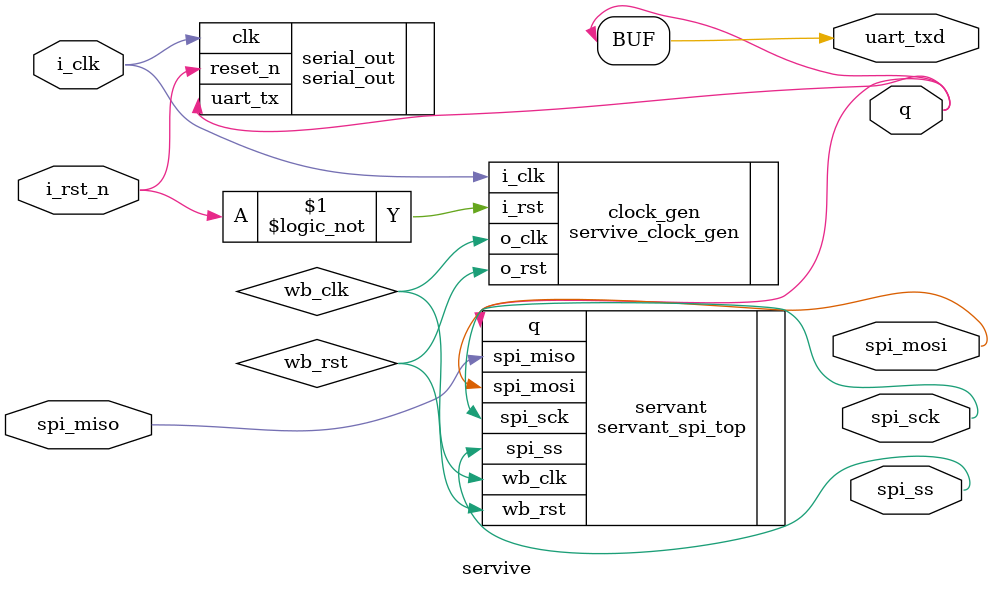
<source format=v>
`default_nettype none
module servive
(
 input wire 	   i_clk,
 input wire 	   i_rst_n,
 input wire       spi_miso,
 output wire      spi_sck,
 output wire      spi_ss,
 output wire      spi_mosi,
 output wire 	   q,
 output wire 	   uart_txd);

   parameter memfile = "zephyr_hello.hex";
   parameter memsize = 8192;

   wire      wb_clk;
   wire      wb_rst;

   assign uart_txd = q;

   servive_clock_gen clock_gen
     (.i_clk (i_clk),
      .i_rst (!i_rst_n),
      .o_clk (wb_clk),
      .o_rst (wb_rst));

   servant_spi_top
     #(.memfile (memfile),
       .memsize (memsize))
   servant
     (.wb_clk (wb_clk),
      .wb_rst (wb_rst),
      .spi_miso(spi_miso),
      .spi_sck(spi_sck),
      .spi_ss(spi_ss),
      .spi_mosi(spi_mosi),
      .q      (q));
		
	serial_out serial_out
		(.clk(i_clk),
       .reset_n(i_rst_n),
       .uart_tx(q));

endmodule

</source>
